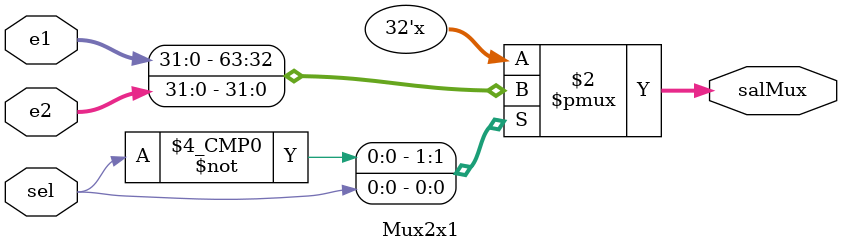
<source format=v>
module Mux2x1(
	input wire [31:0] e1, e2,
	input wire sel,
	output reg [31:0] salMux
);

	always @(*) begin
		case (sel)
			1'b0 : salMux = e1;
			1'b1 : salMux = e2;
		endcase
	end
endmodule
</source>
